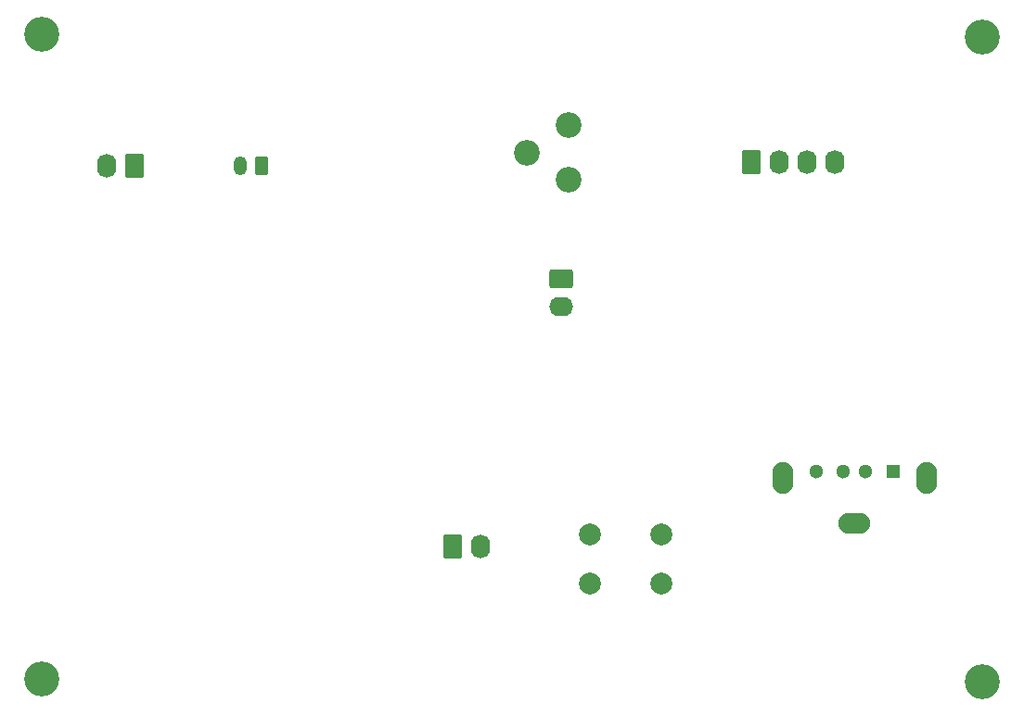
<source format=gbr>
%TF.GenerationSoftware,KiCad,Pcbnew,8.0.8*%
%TF.CreationDate,2025-04-07T15:17:30-05:00*%
%TF.ProjectId,finalproject,66696e61-6c70-4726-9f6a-6563742e6b69,rev?*%
%TF.SameCoordinates,Original*%
%TF.FileFunction,Soldermask,Bot*%
%TF.FilePolarity,Negative*%
%FSLAX46Y46*%
G04 Gerber Fmt 4.6, Leading zero omitted, Abs format (unit mm)*
G04 Created by KiCad (PCBNEW 8.0.8) date 2025-04-07 15:17:30*
%MOMM*%
%LPD*%
G01*
G04 APERTURE LIST*
G04 Aperture macros list*
%AMRoundRect*
0 Rectangle with rounded corners*
0 $1 Rounding radius*
0 $2 $3 $4 $5 $6 $7 $8 $9 X,Y pos of 4 corners*
0 Add a 4 corners polygon primitive as box body*
4,1,4,$2,$3,$4,$5,$6,$7,$8,$9,$2,$3,0*
0 Add four circle primitives for the rounded corners*
1,1,$1+$1,$2,$3*
1,1,$1+$1,$4,$5*
1,1,$1+$1,$6,$7*
1,1,$1+$1,$8,$9*
0 Add four rect primitives between the rounded corners*
20,1,$1+$1,$2,$3,$4,$5,0*
20,1,$1+$1,$4,$5,$6,$7,0*
20,1,$1+$1,$6,$7,$8,$9,0*
20,1,$1+$1,$8,$9,$2,$3,0*%
G04 Aperture macros list end*
%ADD10RoundRect,0.250000X-0.620000X-0.845000X0.620000X-0.845000X0.620000X0.845000X-0.620000X0.845000X0*%
%ADD11O,1.740000X2.190000*%
%ADD12C,3.200000*%
%ADD13RoundRect,0.250000X0.620000X0.845000X-0.620000X0.845000X-0.620000X-0.845000X0.620000X-0.845000X0*%
%ADD14R,1.300000X1.300000*%
%ADD15C,1.300000*%
%ADD16O,1.900000X2.900000*%
%ADD17O,2.900000X1.900000*%
%ADD18RoundRect,0.250000X-0.845000X0.620000X-0.845000X-0.620000X0.845000X-0.620000X0.845000X0.620000X0*%
%ADD19O,2.190000X1.740000*%
%ADD20C,2.000000*%
%ADD21C,2.340000*%
%ADD22RoundRect,0.250000X0.350000X0.625000X-0.350000X0.625000X-0.350000X-0.625000X0.350000X-0.625000X0*%
%ADD23O,1.200000X1.750000*%
G04 APERTURE END LIST*
D10*
%TO.C,TEST1*%
X137160000Y-73534500D03*
D11*
X139700000Y-73534500D03*
X142240000Y-73534500D03*
X144780000Y-73534500D03*
%TD*%
D12*
%TO.C,H2*%
X158242000Y-62103000D03*
%TD*%
D13*
%TO.C,Vin1*%
X80867000Y-73914000D03*
D11*
X78327000Y-73914000D03*
%TD*%
D14*
%TO.C,USB1*%
X150058000Y-101842500D03*
D15*
X147558000Y-101842500D03*
X145558000Y-101842500D03*
X143058000Y-101842500D03*
D16*
X153128000Y-102442500D03*
D17*
X146558000Y-106622500D03*
D16*
X139988000Y-102442500D03*
%TD*%
D18*
%TO.C,SIG1*%
X119824000Y-84201000D03*
D19*
X119824000Y-86741000D03*
%TD*%
D20*
%TO.C,SW1*%
X128928000Y-112069000D03*
X122428000Y-112069000D03*
X128928000Y-107569000D03*
X122428000Y-107569000D03*
%TD*%
D12*
%TO.C,H3*%
X72390000Y-120777000D03*
%TD*%
%TO.C,H4*%
X158242000Y-121031000D03*
%TD*%
D10*
%TO.C,HEARTOUT1*%
X109921501Y-108721500D03*
D11*
X112461501Y-108721500D03*
%TD*%
D12*
%TO.C,H1*%
X72390000Y-61849000D03*
%TD*%
D21*
%TO.C,R17*%
X120459000Y-75184000D03*
X116659000Y-72684000D03*
X120459000Y-70184000D03*
%TD*%
D22*
%TO.C,GSR_IN1*%
X92456000Y-73914000D03*
D23*
X90456000Y-73914000D03*
%TD*%
M02*

</source>
